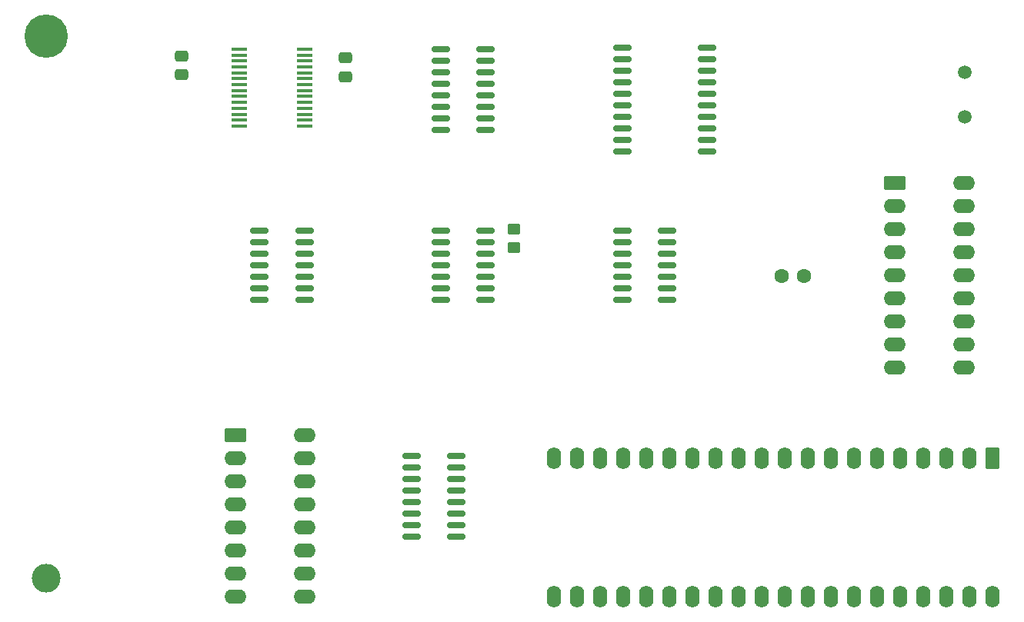
<source format=gbr>
%TF.GenerationSoftware,KiCad,Pcbnew,9.0.0*%
%TF.CreationDate,2025-03-16T19:10:30-05:00*%
%TF.ProjectId,Model I RS232,4d6f6465-6c20-4492-9052-533233322e6b,rev?*%
%TF.SameCoordinates,Original*%
%TF.FileFunction,Soldermask,Top*%
%TF.FilePolarity,Negative*%
%FSLAX46Y46*%
G04 Gerber Fmt 4.6, Leading zero omitted, Abs format (unit mm)*
G04 Created by KiCad (PCBNEW 9.0.0) date 2025-03-16 19:10:30*
%MOMM*%
%LPD*%
G01*
G04 APERTURE LIST*
G04 Aperture macros list*
%AMRoundRect*
0 Rectangle with rounded corners*
0 $1 Rounding radius*
0 $2 $3 $4 $5 $6 $7 $8 $9 X,Y pos of 4 corners*
0 Add a 4 corners polygon primitive as box body*
4,1,4,$2,$3,$4,$5,$6,$7,$8,$9,$2,$3,0*
0 Add four circle primitives for the rounded corners*
1,1,$1+$1,$2,$3*
1,1,$1+$1,$4,$5*
1,1,$1+$1,$6,$7*
1,1,$1+$1,$8,$9*
0 Add four rect primitives between the rounded corners*
20,1,$1+$1,$2,$3,$4,$5,0*
20,1,$1+$1,$4,$5,$6,$7,0*
20,1,$1+$1,$6,$7,$8,$9,0*
20,1,$1+$1,$8,$9,$2,$3,0*%
G04 Aperture macros list end*
%ADD10RoundRect,0.150000X-0.825000X-0.150000X0.825000X-0.150000X0.825000X0.150000X-0.825000X0.150000X0*%
%ADD11RoundRect,0.250000X-0.475000X0.337500X-0.475000X-0.337500X0.475000X-0.337500X0.475000X0.337500X0*%
%ADD12RoundRect,0.250000X-0.950000X-0.550000X0.950000X-0.550000X0.950000X0.550000X-0.950000X0.550000X0*%
%ADD13O,2.400000X1.600000*%
%ADD14R,1.750000X0.450000*%
%ADD15RoundRect,0.250000X-0.550000X0.950000X-0.550000X-0.950000X0.550000X-0.950000X0.550000X0.950000X0*%
%ADD16O,1.600000X2.400000*%
%ADD17C,4.775200*%
%ADD18C,3.175000*%
%ADD19RoundRect,0.250000X0.475000X-0.337500X0.475000X0.337500X-0.475000X0.337500X-0.475000X-0.337500X0*%
%ADD20RoundRect,0.250000X-0.450000X0.350000X-0.450000X-0.350000X0.450000X-0.350000X0.450000X0.350000X0*%
%ADD21RoundRect,0.150000X-0.875000X-0.150000X0.875000X-0.150000X0.875000X0.150000X-0.875000X0.150000X0*%
%ADD22C,1.600000*%
%ADD23C,1.500000*%
G04 APERTURE END LIST*
D10*
%TO.C,U7*%
X125000000Y-80000000D03*
X125000000Y-81270000D03*
X125000000Y-82540000D03*
X125000000Y-83810000D03*
X125000000Y-85080000D03*
X125000000Y-86350000D03*
X125000000Y-87620000D03*
X125000000Y-88890000D03*
X129950000Y-88890000D03*
X129950000Y-87620000D03*
X129950000Y-86350000D03*
X129950000Y-85080000D03*
X129950000Y-83810000D03*
X129950000Y-82540000D03*
X129950000Y-81270000D03*
X129950000Y-80000000D03*
%TD*%
D11*
%TO.C,C8*%
X114500000Y-80962500D03*
X114500000Y-83037500D03*
%TD*%
D12*
%TO.C,U3*%
X102380000Y-122460000D03*
D13*
X102380000Y-125000000D03*
X102380000Y-127540000D03*
X102380000Y-130080000D03*
X102380000Y-132620000D03*
X102380000Y-135160000D03*
X102380000Y-137700000D03*
X102380000Y-140240000D03*
X110000000Y-140240000D03*
X110000000Y-137700000D03*
X110000000Y-135160000D03*
X110000000Y-132620000D03*
X110000000Y-130080000D03*
X110000000Y-127540000D03*
X110000000Y-125000000D03*
X110000000Y-122460000D03*
%TD*%
D14*
%TO.C,U9*%
X102800000Y-80000000D03*
X102800000Y-80650000D03*
X102800000Y-81300000D03*
X102800000Y-81950000D03*
X102800000Y-82600000D03*
X102800000Y-83250000D03*
X102800000Y-83900000D03*
X102800000Y-84550000D03*
X102800000Y-85200000D03*
X102800000Y-85850000D03*
X102800000Y-86500000D03*
X102800000Y-87150000D03*
X102800000Y-87800000D03*
X102800000Y-88450000D03*
X110000000Y-88450000D03*
X110000000Y-87800000D03*
X110000000Y-87150000D03*
X110000000Y-86500000D03*
X110000000Y-85850000D03*
X110000000Y-85200000D03*
X110000000Y-84550000D03*
X110000000Y-83900000D03*
X110000000Y-83250000D03*
X110000000Y-82600000D03*
X110000000Y-81950000D03*
X110000000Y-81300000D03*
X110000000Y-80650000D03*
X110000000Y-80000000D03*
%TD*%
D15*
%TO.C,U1*%
X185720000Y-125000000D03*
D16*
X183180000Y-125000000D03*
X180640000Y-125000000D03*
X178100000Y-125000000D03*
X175560000Y-125000000D03*
X173020000Y-125000000D03*
X170480000Y-125000000D03*
X167940000Y-125000000D03*
X165400000Y-125000000D03*
X162860000Y-125000000D03*
X160320000Y-125000000D03*
X157780000Y-125000000D03*
X155240000Y-125000000D03*
X152700000Y-125000000D03*
X150160000Y-125000000D03*
X147620000Y-125000000D03*
X145080000Y-125000000D03*
X142540000Y-125000000D03*
X140000000Y-125000000D03*
X137460000Y-125000000D03*
X137460000Y-140240000D03*
X140000000Y-140240000D03*
X142540000Y-140240000D03*
X145080000Y-140240000D03*
X147620000Y-140240000D03*
X150160000Y-140240000D03*
X152700000Y-140240000D03*
X155240000Y-140240000D03*
X157780000Y-140240000D03*
X160320000Y-140240000D03*
X162860000Y-140240000D03*
X165400000Y-140240000D03*
X167940000Y-140240000D03*
X170480000Y-140240000D03*
X173020000Y-140240000D03*
X175560000Y-140240000D03*
X178100000Y-140240000D03*
X180640000Y-140240000D03*
X183180000Y-140240000D03*
X185720000Y-140240000D03*
%TD*%
D17*
%TO.C,J1*%
X81580000Y-78560000D03*
D18*
X81580000Y-138250000D03*
%TD*%
D19*
%TO.C,C9*%
X96500000Y-82825000D03*
X96500000Y-80750000D03*
%TD*%
D20*
%TO.C,R1*%
X133100000Y-99800000D03*
X133100000Y-101800000D03*
%TD*%
D12*
%TO.C,U2*%
X175000000Y-94760000D03*
D13*
X175000000Y-97300000D03*
X175000000Y-99840000D03*
X175000000Y-102380000D03*
X175000000Y-104920000D03*
X175000000Y-107460000D03*
X175000000Y-110000000D03*
X175000000Y-112540000D03*
X175000000Y-115080000D03*
X182620000Y-115080000D03*
X182620000Y-112540000D03*
X182620000Y-110000000D03*
X182620000Y-107460000D03*
X182620000Y-104920000D03*
X182620000Y-102380000D03*
X182620000Y-99840000D03*
X182620000Y-97300000D03*
X182620000Y-94760000D03*
%TD*%
D10*
%TO.C,U10*%
X145000000Y-100000000D03*
X145000000Y-101270000D03*
X145000000Y-102540000D03*
X145000000Y-103810000D03*
X145000000Y-105080000D03*
X145000000Y-106350000D03*
X145000000Y-107620000D03*
X149950000Y-107620000D03*
X149950000Y-106350000D03*
X149950000Y-105080000D03*
X149950000Y-103810000D03*
X149950000Y-102540000D03*
X149950000Y-101270000D03*
X149950000Y-100000000D03*
%TD*%
%TO.C,U5*%
X125000000Y-100000000D03*
X125000000Y-101270000D03*
X125000000Y-102540000D03*
X125000000Y-103810000D03*
X125000000Y-105080000D03*
X125000000Y-106350000D03*
X125000000Y-107620000D03*
X129950000Y-107620000D03*
X129950000Y-106350000D03*
X129950000Y-105080000D03*
X129950000Y-103810000D03*
X129950000Y-102540000D03*
X129950000Y-101270000D03*
X129950000Y-100000000D03*
%TD*%
D21*
%TO.C,U6*%
X145000000Y-79840000D03*
X145000000Y-81110000D03*
X145000000Y-82380000D03*
X145000000Y-83650000D03*
X145000000Y-84920000D03*
X145000000Y-86190000D03*
X145000000Y-87460000D03*
X145000000Y-88730000D03*
X145000000Y-90000000D03*
X145000000Y-91270000D03*
X154300000Y-91270000D03*
X154300000Y-90000000D03*
X154300000Y-88730000D03*
X154300000Y-87460000D03*
X154300000Y-86190000D03*
X154300000Y-84920000D03*
X154300000Y-83650000D03*
X154300000Y-82380000D03*
X154300000Y-81110000D03*
X154300000Y-79840000D03*
%TD*%
D22*
%TO.C,C15*%
X162500000Y-105000000D03*
X165000000Y-105000000D03*
%TD*%
D10*
%TO.C,U8*%
X121775000Y-124805000D03*
X121775000Y-126075000D03*
X121775000Y-127345000D03*
X121775000Y-128615000D03*
X121775000Y-129885000D03*
X121775000Y-131155000D03*
X121775000Y-132425000D03*
X121775000Y-133695000D03*
X126725000Y-133695000D03*
X126725000Y-132425000D03*
X126725000Y-131155000D03*
X126725000Y-129885000D03*
X126725000Y-128615000D03*
X126725000Y-127345000D03*
X126725000Y-126075000D03*
X126725000Y-124805000D03*
%TD*%
%TO.C,U4*%
X105050000Y-100000000D03*
X105050000Y-101270000D03*
X105050000Y-102540000D03*
X105050000Y-103810000D03*
X105050000Y-105080000D03*
X105050000Y-106350000D03*
X105050000Y-107620000D03*
X110000000Y-107620000D03*
X110000000Y-106350000D03*
X110000000Y-105080000D03*
X110000000Y-103810000D03*
X110000000Y-102540000D03*
X110000000Y-101270000D03*
X110000000Y-100000000D03*
%TD*%
D23*
%TO.C,Y1*%
X182650000Y-82550000D03*
X182650000Y-87450000D03*
%TD*%
M02*

</source>
